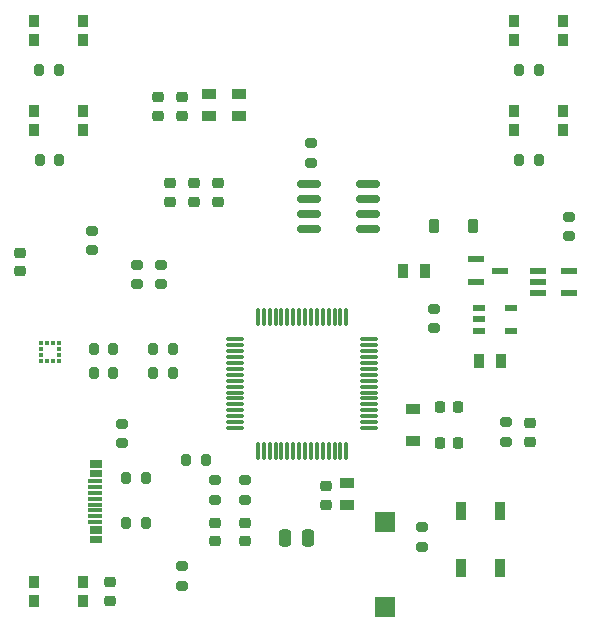
<source format=gbr>
%TF.GenerationSoftware,KiCad,Pcbnew,7.0.7*%
%TF.CreationDate,2023-12-26T11:08:44+08:00*%
%TF.ProjectId,Dice_Roller_SAMD,44696365-5f52-46f6-9c6c-65725f53414d,rev?*%
%TF.SameCoordinates,Original*%
%TF.FileFunction,Paste,Top*%
%TF.FilePolarity,Positive*%
%FSLAX46Y46*%
G04 Gerber Fmt 4.6, Leading zero omitted, Abs format (unit mm)*
G04 Created by KiCad (PCBNEW 7.0.7) date 2023-12-26 11:08:44*
%MOMM*%
%LPD*%
G01*
G04 APERTURE LIST*
G04 Aperture macros list*
%AMRoundRect*
0 Rectangle with rounded corners*
0 $1 Rounding radius*
0 $2 $3 $4 $5 $6 $7 $8 $9 X,Y pos of 4 corners*
0 Add a 4 corners polygon primitive as box body*
4,1,4,$2,$3,$4,$5,$6,$7,$8,$9,$2,$3,0*
0 Add four circle primitives for the rounded corners*
1,1,$1+$1,$2,$3*
1,1,$1+$1,$4,$5*
1,1,$1+$1,$6,$7*
1,1,$1+$1,$8,$9*
0 Add four rect primitives between the rounded corners*
20,1,$1+$1,$2,$3,$4,$5,0*
20,1,$1+$1,$4,$5,$6,$7,0*
20,1,$1+$1,$6,$7,$8,$9,0*
20,1,$1+$1,$8,$9,$2,$3,0*%
G04 Aperture macros list end*
%ADD10RoundRect,0.200000X0.275000X-0.200000X0.275000X0.200000X-0.275000X0.200000X-0.275000X-0.200000X0*%
%ADD11R,1.320800X0.558800*%
%ADD12RoundRect,0.250000X0.250000X0.475000X-0.250000X0.475000X-0.250000X-0.475000X0.250000X-0.475000X0*%
%ADD13RoundRect,0.225000X0.250000X-0.225000X0.250000X0.225000X-0.250000X0.225000X-0.250000X-0.225000X0*%
%ADD14R,0.304800X0.330200*%
%ADD15R,0.330200X0.304800*%
%ADD16R,0.863600X1.244600*%
%ADD17RoundRect,0.218750X0.256250X-0.218750X0.256250X0.218750X-0.256250X0.218750X-0.256250X-0.218750X0*%
%ADD18RoundRect,0.200000X0.200000X0.275000X-0.200000X0.275000X-0.200000X-0.275000X0.200000X-0.275000X0*%
%ADD19RoundRect,0.150000X-0.825000X-0.150000X0.825000X-0.150000X0.825000X0.150000X-0.825000X0.150000X0*%
%ADD20R,0.900000X1.000000*%
%ADD21RoundRect,0.225000X0.225000X0.250000X-0.225000X0.250000X-0.225000X-0.250000X0.225000X-0.250000X0*%
%ADD22R,1.244600X0.863600*%
%ADD23RoundRect,0.200000X-0.200000X-0.275000X0.200000X-0.275000X0.200000X0.275000X-0.200000X0.275000X0*%
%ADD24RoundRect,0.225000X-0.250000X0.225000X-0.250000X-0.225000X0.250000X-0.225000X0.250000X0.225000X0*%
%ADD25R,1.320800X0.508000*%
%ADD26R,1.295400X0.965200*%
%ADD27RoundRect,0.200000X-0.275000X0.200000X-0.275000X-0.200000X0.275000X-0.200000X0.275000X0.200000X0*%
%ADD28R,0.900000X1.500000*%
%ADD29R,1.003300X0.508000*%
%ADD30RoundRect,0.075000X0.662500X0.075000X-0.662500X0.075000X-0.662500X-0.075000X0.662500X-0.075000X0*%
%ADD31RoundRect,0.075000X0.075000X0.662500X-0.075000X0.662500X-0.075000X-0.662500X0.075000X-0.662500X0*%
%ADD32RoundRect,0.225000X-0.225000X-0.375000X0.225000X-0.375000X0.225000X0.375000X-0.225000X0.375000X0*%
%ADD33R,1.070000X0.300000*%
%ADD34R,1.150000X0.300000*%
%ADD35R,1.800000X1.750000*%
G04 APERTURE END LIST*
D10*
%TO.C,R23*%
X173228000Y-156578000D03*
X173228000Y-154928000D03*
%TD*%
D11*
%TO.C,Q1*%
X192786000Y-136194800D03*
X192786000Y-138125200D03*
X194818000Y-137160000D03*
%TD*%
D12*
%TO.C,L1*%
X178562000Y-159766000D03*
X176662000Y-159766000D03*
%TD*%
D13*
%TO.C,C10*%
X168910000Y-131318000D03*
X168910000Y-129768000D03*
%TD*%
D14*
%TO.C,U5*%
X157470102Y-143270100D03*
X156970101Y-143270100D03*
X156470101Y-143270100D03*
X155970100Y-143270100D03*
D15*
X155960202Y-143779999D03*
X155960202Y-144279999D03*
D14*
X155970100Y-144789898D03*
X156470101Y-144789898D03*
X156970101Y-144789898D03*
X157470102Y-144789898D03*
D15*
X157480000Y-144279999D03*
X157480000Y-143779999D03*
%TD*%
D16*
%TO.C,C1*%
X194894200Y-144780000D03*
X193040000Y-144780000D03*
%TD*%
D10*
%TO.C,R22*%
X170688000Y-156578000D03*
X170688000Y-154928000D03*
%TD*%
D17*
%TO.C,CHG1*%
X197358000Y-151663500D03*
X197358000Y-150088500D03*
%TD*%
D10*
%TO.C,R19*%
X160274000Y-135445000D03*
X160274000Y-133795000D03*
%TD*%
D18*
%TO.C,R13*%
X162115000Y-145796000D03*
X160465000Y-145796000D03*
%TD*%
D19*
%TO.C,U2*%
X178692000Y-129794000D03*
X178692000Y-131064000D03*
X178692000Y-132334000D03*
X178692000Y-133604000D03*
X183642000Y-133604000D03*
X183642000Y-132334000D03*
X183642000Y-131064000D03*
X183642000Y-129794000D03*
%TD*%
D20*
%TO.C,SW4*%
X196070000Y-116040000D03*
X200170000Y-116040000D03*
X196070000Y-117640000D03*
X200170000Y-117640000D03*
%TD*%
D21*
%TO.C,C9*%
X191288000Y-148717000D03*
X189738000Y-148717000D03*
%TD*%
D22*
%TO.C,C3*%
X172720000Y-124028200D03*
X172720000Y-122174000D03*
%TD*%
D23*
%TO.C,R20*%
X165482000Y-143764000D03*
X167132000Y-143764000D03*
%TD*%
D24*
%TO.C,C5*%
X161816000Y-163550000D03*
X161816000Y-165100000D03*
%TD*%
D25*
%TO.C,U3*%
X198069200Y-137160000D03*
X198069200Y-138110001D03*
X198069200Y-139060002D03*
X200660000Y-139060002D03*
X200660000Y-137160000D03*
%TD*%
D26*
%TO.C,X2*%
X187452000Y-148869400D03*
X187452000Y-151612600D03*
%TD*%
D27*
%TO.C,R10*%
X166116000Y-136652000D03*
X166116000Y-138302000D03*
%TD*%
D16*
%TO.C,C2*%
X188468000Y-137160000D03*
X186613800Y-137160000D03*
%TD*%
D28*
%TO.C,LED1*%
X191516000Y-162380000D03*
X194816000Y-162380000D03*
X194816000Y-157480000D03*
X191516000Y-157480000D03*
%TD*%
D18*
%TO.C,R16*%
X157543000Y-127762000D03*
X155893000Y-127762000D03*
%TD*%
D27*
%TO.C,R11*%
X164084000Y-136652000D03*
X164084000Y-138302000D03*
%TD*%
D13*
%TO.C,C4*%
X166878000Y-131318000D03*
X166878000Y-129768000D03*
%TD*%
D20*
%TO.C,RST1*%
X159530000Y-165100000D03*
X155430000Y-165100000D03*
X159530000Y-163500000D03*
X155430000Y-163500000D03*
%TD*%
D27*
%TO.C,R14*%
X188214000Y-158878000D03*
X188214000Y-160528000D03*
%TD*%
D18*
%TO.C,R12*%
X162115000Y-143764000D03*
X160465000Y-143764000D03*
%TD*%
D17*
%TO.C,L2*%
X154178000Y-137211000D03*
X154178000Y-135636000D03*
%TD*%
D29*
%TO.C,U4*%
X193040000Y-140339998D03*
X193040000Y-141289999D03*
X193040000Y-142240000D03*
X195745100Y-142240000D03*
X195745100Y-140339998D03*
%TD*%
D30*
%TO.C,U1*%
X183752500Y-150487500D03*
X183752500Y-149987500D03*
X183752500Y-149487500D03*
X183752500Y-148987500D03*
X183752500Y-148487500D03*
X183752500Y-147987500D03*
X183752500Y-147487500D03*
X183752500Y-146987500D03*
X183752500Y-146487500D03*
X183752500Y-145987500D03*
X183752500Y-145487500D03*
X183752500Y-144987500D03*
X183752500Y-144487500D03*
X183752500Y-143987500D03*
X183752500Y-143487500D03*
X183752500Y-142987500D03*
D31*
X181840000Y-141075000D03*
X181340000Y-141075000D03*
X180840000Y-141075000D03*
X180340000Y-141075000D03*
X179840000Y-141075000D03*
X179340000Y-141075000D03*
X178840000Y-141075000D03*
X178340000Y-141075000D03*
X177840000Y-141075000D03*
X177340000Y-141075000D03*
X176840000Y-141075000D03*
X176340000Y-141075000D03*
X175840000Y-141075000D03*
X175340000Y-141075000D03*
X174840000Y-141075000D03*
X174340000Y-141075000D03*
D30*
X172427500Y-142987500D03*
X172427500Y-143487500D03*
X172427500Y-143987500D03*
X172427500Y-144487500D03*
X172427500Y-144987500D03*
X172427500Y-145487500D03*
X172427500Y-145987500D03*
X172427500Y-146487500D03*
X172427500Y-146987500D03*
X172427500Y-147487500D03*
X172427500Y-147987500D03*
X172427500Y-148487500D03*
X172427500Y-148987500D03*
X172427500Y-149487500D03*
X172427500Y-149987500D03*
X172427500Y-150487500D03*
D31*
X174340000Y-152400000D03*
X174840000Y-152400000D03*
X175340000Y-152400000D03*
X175840000Y-152400000D03*
X176340000Y-152400000D03*
X176840000Y-152400000D03*
X177340000Y-152400000D03*
X177840000Y-152400000D03*
X178340000Y-152400000D03*
X178840000Y-152400000D03*
X179340000Y-152400000D03*
X179840000Y-152400000D03*
X180340000Y-152400000D03*
X180840000Y-152400000D03*
X181340000Y-152400000D03*
X181840000Y-152400000D03*
%TD*%
D27*
%TO.C,R1*%
X178816000Y-126366000D03*
X178816000Y-128016000D03*
%TD*%
D23*
%TO.C,R18*%
X196470000Y-127762000D03*
X198120000Y-127762000D03*
%TD*%
D13*
%TO.C,C12*%
X170942000Y-131318000D03*
X170942000Y-129768000D03*
%TD*%
D32*
%TO.C,D1*%
X189232000Y-133350000D03*
X192532000Y-133350000D03*
%TD*%
D23*
%TO.C,R17*%
X196470000Y-120142000D03*
X198120000Y-120142000D03*
%TD*%
D20*
%TO.C,SW3*%
X155430000Y-123660000D03*
X159530000Y-123660000D03*
X155430000Y-125260000D03*
X159530000Y-125260000D03*
%TD*%
D18*
%TO.C,R2*%
X164846000Y-158496000D03*
X163196000Y-158496000D03*
%TD*%
%TO.C,R3*%
X164846000Y-154686000D03*
X163196000Y-154686000D03*
%TD*%
%TO.C,R15*%
X157480000Y-120142000D03*
X155830000Y-120142000D03*
%TD*%
D22*
%TO.C,C11*%
X170180000Y-124028200D03*
X170180000Y-122174000D03*
%TD*%
D23*
%TO.C,R8*%
X168276000Y-153162000D03*
X169926000Y-153162000D03*
%TD*%
D20*
%TO.C,SW2*%
X155430000Y-116040000D03*
X159530000Y-116040000D03*
X155430000Y-117640000D03*
X159530000Y-117640000D03*
%TD*%
D13*
%TO.C,C13*%
X165862000Y-124028200D03*
X165862000Y-122478200D03*
%TD*%
D10*
%TO.C,R6*%
X162814000Y-151764000D03*
X162814000Y-150114000D03*
%TD*%
D27*
%TO.C,R7*%
X189230000Y-140399000D03*
X189230000Y-142049000D03*
%TD*%
D22*
%TO.C,C7*%
X181864000Y-156972000D03*
X181864000Y-155117800D03*
%TD*%
D17*
%TO.C,CHG3*%
X173228000Y-160071000D03*
X173228000Y-158496000D03*
%TD*%
D10*
%TO.C,R4*%
X195326000Y-151663500D03*
X195326000Y-150013500D03*
%TD*%
D33*
%TO.C,J1*%
X160625000Y-153370000D03*
X160625000Y-154170000D03*
D34*
X160585000Y-155470000D03*
X160585000Y-156470000D03*
X160585000Y-156970000D03*
X160585000Y-157970000D03*
D33*
X160625000Y-159270000D03*
X160625000Y-160070000D03*
X160625000Y-159770000D03*
X160625000Y-158970000D03*
D34*
X160585000Y-158470000D03*
X160585000Y-157470000D03*
X160585000Y-155970000D03*
X160585000Y-154970000D03*
D33*
X160625000Y-154470000D03*
X160625000Y-153670000D03*
%TD*%
D10*
%TO.C,R5*%
X200660000Y-134238000D03*
X200660000Y-132588000D03*
%TD*%
D27*
%TO.C,R9*%
X167894000Y-162180000D03*
X167894000Y-163830000D03*
%TD*%
D35*
%TO.C,D2*%
X185147000Y-158459000D03*
X185147000Y-165609000D03*
%TD*%
D17*
%TO.C,CHG2*%
X170688000Y-160071000D03*
X170688000Y-158496000D03*
%TD*%
D13*
%TO.C,C6*%
X180086000Y-156972000D03*
X180086000Y-155422000D03*
%TD*%
%TO.C,C14*%
X167894000Y-124028200D03*
X167894000Y-122478200D03*
%TD*%
D18*
%TO.C,R21*%
X167132000Y-145796000D03*
X165482000Y-145796000D03*
%TD*%
D20*
%TO.C,SW5*%
X196070000Y-123660000D03*
X200170000Y-123660000D03*
X196070000Y-125260000D03*
X200170000Y-125260000D03*
%TD*%
D21*
%TO.C,C8*%
X191275000Y-151765000D03*
X189725000Y-151765000D03*
%TD*%
M02*

</source>
